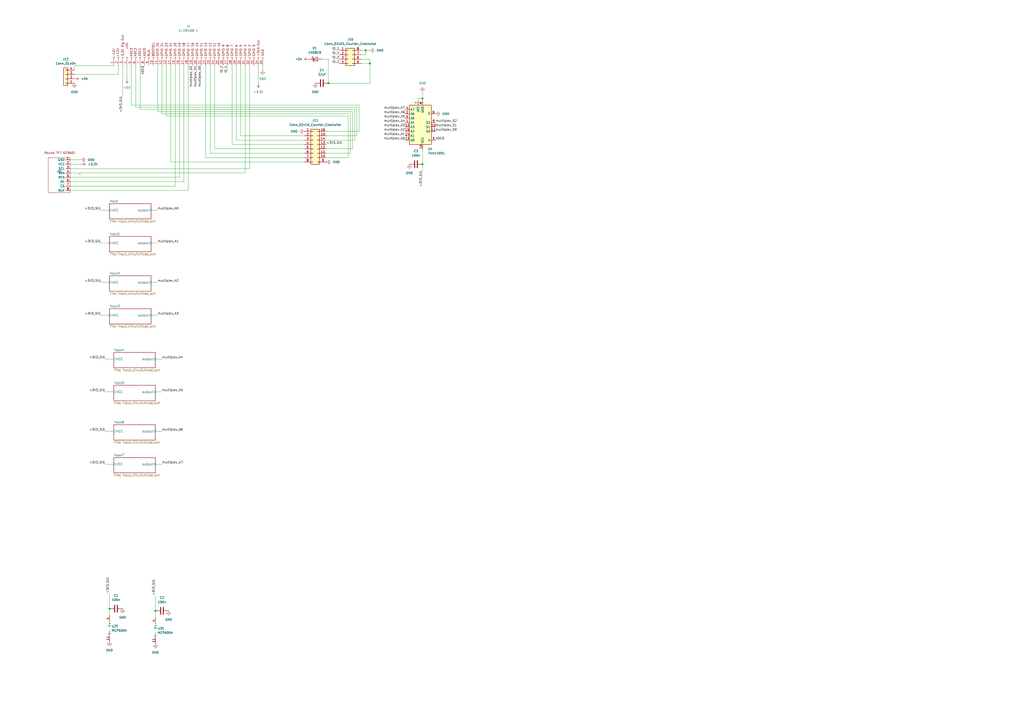
<source format=kicad_sch>
(kicad_sch (version 20231120) (generator "eeschema") (generator_version "8.0")
  (paper "A2")
  (lib_symbols
    (symbol "74xx:74HC4051"
      (property "Reference" "U" (at -5.08 11.43 0))
      (property "Value" "74HC4051" (at -7.62 -13.97 0))
      (symbol "74HC4051_0_1"
        (rectangle (start -5.08 10.16) (end 7.62 -12.7) (stroke (width 0.254)) (fill (type background)))
      )
      (symbol "74HC4051_1_1"
        (pin passive line (at 10.16 -2.54 180) (length 2.54) (name "A4") (number "1"))
        (pin input line (at -7.62 0 0) (length 2.54) (name "S1") (number "10"))
        (pin input line (at -7.62 2.54 0) (length 2.54) (name "S0") (number "11"))
        (pin passive line (at 10.16 0 180) (length 2.54) (name "A3") (number "12"))
        (pin passive line (at 10.16 7.62 180) (length 2.54) (name "A0") (number "13"))
        (pin passive line (at 10.16 5.08 180) (length 2.54) (name "A1") (number "14"))
        (pin passive line (at 10.16 2.54 180) (length 2.54) (name "A2") (number "15"))
        (pin power_in line (at 0 12.7 270) (length 2.54) (name "VCC") (number "16"))
        (pin passive line (at 10.16 -7.62 180) (length 2.54) (name "A6") (number "2"))
        (pin passive line (at -7.62 7.62 0) (length 2.54) (name "A") (number "3"))
        (pin passive line (at 10.16 -10.16 180) (length 2.54) (name "A7") (number "4"))
        (pin passive line (at 10.16 -5.08 180) (length 2.54) (name "A5") (number "5"))
        (pin input line (at -7.62 -7.62 0) (length 2.54) (name "~{E}") (number "6"))
        (pin power_in line (at 2.54 -15.24 90) (length 2.54) (name "VEE") (number "7"))
        (pin power_in line (at 0 -15.24 90) (length 2.54) (name "GND") (number "8"))
        (pin input line (at -7.62 -2.54 0) (length 2.54) (name "S2") (number "9"))
      )
    )
    (symbol "Amplifier_Operational:MCP6004" (pin_names (offset 0.127))
      (property "Reference" "U" (at 0 5.08 0))
      (property "Value" "MCP6004" (at 0 -5.08 0))
      (symbol "MCP6004_1_1"
        (polyline (pts (xy -5.08 5.08) (xy 5.08 0) (xy -5.08 -5.08) (xy -5.08 5.08)) (stroke (width 0.254)) (fill (type background)))
        (pin output line (at 7.62 0 180) (length 2.54) (name "~") (number "1"))
        (pin input line (at -7.62 -2.54 0) (length 2.54) (name "-") (number "2"))
        (pin input line (at -7.62 2.54 0) (length 2.54) (name "+") (number "3"))
      )
      (symbol "MCP6004_2_1"
        (polyline (pts (xy -5.08 5.08) (xy 5.08 0) (xy -5.08 -5.08) (xy -5.08 5.08)) (stroke (width 0.254)) (fill (type background)))
        (pin input line (at -7.62 2.54 0) (length 2.54) (name "+") (number "5"))
        (pin input line (at -7.62 -2.54 0) (length 2.54) (name "-") (number "6"))
        (pin output line (at 7.62 0 180) (length 2.54) (name "~") (number "7"))
      )
      (symbol "MCP6004_3_1"
        (polyline (pts (xy -5.08 5.08) (xy 5.08 0) (xy -5.08 -5.08) (xy -5.08 5.08)) (stroke (width 0.254)) (fill (type background)))
        (pin input line (at -7.62 2.54 0) (length 2.54) (name "+") (number "10"))
        (pin output line (at 7.62 0 180) (length 2.54) (name "~") (number "8"))
        (pin input line (at -7.62 -2.54 0) (length 2.54) (name "-") (number "9"))
      )
      (symbol "MCP6004_4_1"
        (polyline (pts (xy -5.08 5.08) (xy 5.08 0) (xy -5.08 -5.08) (xy -5.08 5.08)) (stroke (width 0.254)) (fill (type background)))
        (pin input line (at -7.62 2.54 0) (length 2.54) (name "+") (number "12"))
        (pin input line (at -7.62 -2.54 0) (length 2.54) (name "-") (number "13"))
        (pin output line (at 7.62 0 180) (length 2.54) (name "~") (number "14"))
      )
      (symbol "MCP6004_5_1"
        (pin power_in line (at -2.54 -7.62 90) (length 3.81) (name "V-") (number "11"))
        (pin power_in line (at -2.54 7.62 270) (length 3.81) (name "V+") (number "4"))
      )
    )
    (symbol "Connector_Generic:Conn_01x04" (pin_names (offset 1.016) hide)
      (property "Reference" "J" (at 0 5.08 0))
      (property "Value" "Conn_01x04" (at 0 -7.62 0))
      (symbol "Conn_01x04_1_1"
        (rectangle (start -1.27 -4.953) (end 0 -5.207) (stroke (width 0.1524)))
        (rectangle (start -1.27 -2.413) (end 0 -2.667) (stroke (width 0.1524)))
        (rectangle (start -1.27 0.127) (end 0 -0.127) (stroke (width 0.1524)))
        (rectangle (start -1.27 2.667) (end 0 2.413) (stroke (width 0.1524)))
        (rectangle (start -1.27 3.81) (end 1.27 -6.35) (stroke (width 0.254)) (fill (type background)))
        (pin passive line (at -5.08 2.54 0) (length 3.81) (name "Pin_1") (number "1"))
        (pin passive line (at -5.08 0 0) (length 3.81) (name "Pin_2") (number "2"))
        (pin passive line (at -5.08 -2.54 0) (length 3.81) (name "Pin_3") (number "3"))
        (pin passive line (at -5.08 -5.08 0) (length 3.81) (name "Pin_4") (number "4"))
      )
    )
    (symbol "Connector_Generic:Conn_02x04_Counter_Clockwise" (pin_names (offset 1.016) hide)
      (property "Reference" "J" (at 1.27 5.08 0))
      (property "Value" "Conn_02x04_Counter_Clockwise" (at 1.27 -7.62 0))
      (symbol "Conn_02x04_Counter_Clockwise_1_1"
        (rectangle (start -1.27 -4.953) (end 0 -5.207) (stroke (width 0.1524)))
        (rectangle (start -1.27 -2.413) (end 0 -2.667) (stroke (width 0.1524)))
        (rectangle (start -1.27 0.127) (end 0 -0.127) (stroke (width 0.1524)))
        (rectangle (start -1.27 2.667) (end 0 2.413) (stroke (width 0.1524)))
        (rectangle (start -1.27 3.81) (end 3.81 -6.35) (stroke (width 0.254)) (fill (type background)))
        (rectangle (start 3.81 -4.953) (end 2.54 -5.207) (stroke (width 0.1524)))
        (rectangle (start 3.81 -2.413) (end 2.54 -2.667) (stroke (width 0.1524)))
        (rectangle (start 3.81 0.127) (end 2.54 -0.127) (stroke (width 0.1524)))
        (rectangle (start 3.81 2.667) (end 2.54 2.413) (stroke (width 0.1524)))
        (pin passive line (at -5.08 2.54 0) (length 3.81) (name "Pin_1") (number "1"))
        (pin passive line (at -5.08 0 0) (length 3.81) (name "Pin_2") (number "2"))
        (pin passive line (at -5.08 -2.54 0) (length 3.81) (name "Pin_3") (number "3"))
        (pin passive line (at -5.08 -5.08 0) (length 3.81) (name "Pin_4") (number "4"))
        (pin passive line (at 7.62 -5.08 180) (length 3.81) (name "Pin_5") (number "5"))
        (pin passive line (at 7.62 -2.54 180) (length 3.81) (name "Pin_6") (number "6"))
        (pin passive line (at 7.62 0 180) (length 3.81) (name "Pin_7") (number "7"))
        (pin passive line (at 7.62 2.54 180) (length 3.81) (name "Pin_8") (number "8"))
      )
    )
    (symbol "Connector_Generic:Conn_02x08_Counter_Clockwise" (pin_names (offset 1.016) hide)
      (property "Reference" "J" (at 1.27 10.16 0))
      (property "Value" "Conn_02x08_Counter_Clockwise" (at 1.27 -12.7 0))
      (symbol "Conn_02x08_Counter_Clockwise_1_1"
        (rectangle (start -1.27 -10.033) (end 0 -10.287) (stroke (width 0.1524)))
        (rectangle (start -1.27 -7.493) (end 0 -7.747) (stroke (width 0.1524)))
        (rectangle (start -1.27 -4.953) (end 0 -5.207) (stroke (width 0.1524)))
        (rectangle (start -1.27 -2.413) (end 0 -2.667) (stroke (width 0.1524)))
        (rectangle (start -1.27 0.127) (end 0 -0.127) (stroke (width 0.1524)))
        (rectangle (start -1.27 2.667) (end 0 2.413) (stroke (width 0.1524)))
        (rectangle (start -1.27 5.207) (end 0 4.953) (stroke (width 0.1524)))
        (rectangle (start -1.27 7.747) (end 0 7.493) (stroke (width 0.1524)))
        (rectangle (start -1.27 8.89) (end 3.81 -11.43) (stroke (width 0.254)) (fill (type background)))
        (rectangle (start 3.81 -10.033) (end 2.54 -10.287) (stroke (width 0.1524)))
        (rectangle (start 3.81 -7.493) (end 2.54 -7.747) (stroke (width 0.1524)))
        (rectangle (start 3.81 -4.953) (end 2.54 -5.207) (stroke (width 0.1524)))
        (rectangle (start 3.81 -2.413) (end 2.54 -2.667) (stroke (width 0.1524)))
        (rectangle (start 3.81 0.127) (end 2.54 -0.127) (stroke (width 0.1524)))
        (rectangle (start 3.81 2.667) (end 2.54 2.413) (stroke (width 0.1524)))
        (rectangle (start 3.81 5.207) (end 2.54 4.953) (stroke (width 0.1524)))
        (rectangle (start 3.81 7.747) (end 2.54 7.493) (stroke (width 0.1524)))
        (pin passive line (at -5.08 7.62 0) (length 3.81) (name "Pin_1") (number "1"))
        (pin passive line (at 7.62 -7.62 180) (length 3.81) (name "Pin_10") (number "10"))
        (pin passive line (at 7.62 -5.08 180) (length 3.81) (name "Pin_11") (number "11"))
        (pin passive line (at 7.62 -2.54 180) (length 3.81) (name "Pin_12") (number "12"))
        (pin passive line (at 7.62 0 180) (length 3.81) (name "Pin_13") (number "13"))
        (pin passive line (at 7.62 2.54 180) (length 3.81) (name "Pin_14") (number "14"))
        (pin passive line (at 7.62 5.08 180) (length 3.81) (name "Pin_15") (number "15"))
        (pin passive line (at 7.62 7.62 180) (length 3.81) (name "Pin_16") (number "16"))
        (pin passive line (at -5.08 5.08 0) (length 3.81) (name "Pin_2") (number "2"))
        (pin passive line (at -5.08 2.54 0) (length 3.81) (name "Pin_3") (number "3"))
        (pin passive line (at -5.08 0 0) (length 3.81) (name "Pin_4") (number "4"))
        (pin passive line (at -5.08 -2.54 0) (length 3.81) (name "Pin_5") (number "5"))
        (pin passive line (at -5.08 -5.08 0) (length 3.81) (name "Pin_6") (number "6"))
        (pin passive line (at -5.08 -7.62 0) (length 3.81) (name "Pin_7") (number "7"))
        (pin passive line (at -5.08 -10.16 0) (length 3.81) (name "Pin_8") (number "8"))
        (pin passive line (at 7.62 -10.16 180) (length 3.81) (name "Pin_9") (number "9"))
      )
    )
    (symbol "Device:C" (pin_numbers hide) (pin_names (offset 0.254))
      (property "Reference" "C" (at 0.635 2.54 0))
      (property "Value" "C" (at 0.635 -2.54 0))
      (symbol "C_0_1"
        (polyline (pts (xy -2.032 -0.762) (xy 2.032 -0.762)) (stroke (width 0.508)))
        (polyline (pts (xy -2.032 0.762) (xy 2.032 0.762)) (stroke (width 0.508)))
      )
      (symbol "C_1_1"
        (pin passive line (at 0 3.81 270) (length 2.794) (name "~") (number "1"))
        (pin passive line (at 0 -3.81 90) (length 2.794) (name "~") (number "2"))
      )
    )
    (symbol "Diode:1N5818" (pin_numbers hide) (pin_names (offset 1.016) hide)
      (property "Reference" "D" (at 0 2.54 0))
      (property "Value" "1N5818" (at 0 -2.54 0))
      (symbol "1N5818_0_1"
        (polyline (pts (xy 1.27 0) (xy -1.27 0)))
        (polyline (pts (xy 1.27 1.27) (xy 1.27 -1.27) (xy -1.27 0) (xy 1.27 1.27)) (stroke (width 0.254)))
        (polyline (pts (xy -1.905 0.635) (xy -1.905 1.27) (xy -1.27 1.27) (xy -1.27 -1.27) (xy -0.635 -1.27) (xy -0.635 -0.635)) (stroke (width 0.254)))
      )
      (symbol "1N5818_1_1"
        (pin passive line (at -3.81 0 0) (length 2.54) (name "K") (number "1"))
        (pin passive line (at 3.81 0 180) (length 2.54) (name "A") (number "2"))
      )
    )
    (symbol "emutelab:ELI2040_C" (pin_names (offset 1.016) hide)
      (property "Reference" "J" (at 0 43.18 0))
      (property "Value" "ELI2040" (at 0 -49.276 0))
      (symbol "ELI2040_C_1_1"
        (arc (start 0 -45.212) (mid -0.5058 -45.72) (end 0 -46.228) (stroke (width 0.1524)))
        (arc (start 0 -42.672) (mid -0.5058 -43.18) (end 0 -43.688) (stroke (width 0.1524)))
        (arc (start 0 -40.132) (mid -0.5058 -40.64) (end 0 -41.148) (stroke (width 0.1524)))
        (arc (start 0 -37.592) (mid -0.5058 -38.1) (end 0 -38.608) (stroke (width 0.1524)))
        (arc (start 0 -35.052) (mid -0.5058 -35.56) (end 0 -36.068) (stroke (width 0.1524)))
        (arc (start 0 -32.512) (mid -0.5058 -33.02) (end 0 -33.528) (stroke (width 0.1524)))
        (arc (start 0 -29.972) (mid -0.5058 -30.48) (end 0 -30.988) (stroke (width 0.1524)))
        (arc (start 0 -27.432) (mid -0.5058 -27.94) (end 0 -28.448) (stroke (width 0.1524)))
        (arc (start 0 -24.892) (mid -0.5058 -25.4) (end 0 -25.908) (stroke (width 0.1524)))
        (arc (start 0 -22.352) (mid -0.5058 -22.86) (end 0 -23.368) (stroke (width 0.1524)))
        (arc (start 0 -19.812) (mid -0.5058 -20.32) (end 0 -20.828) (stroke (width 0.1524)))
        (arc (start 0 -17.272) (mid -0.5058 -17.78) (end 0 -18.288) (stroke (width 0.1524)))
        (arc (start 0 -14.732) (mid -0.5058 -15.24) (end 0 -15.748) (stroke (width 0.1524)))
        (arc (start 0 -12.192) (mid -0.5058 -12.7) (end 0 -13.208) (stroke (width 0.1524)))
        (arc (start 0 -9.652) (mid -0.5058 -10.16) (end 0 -10.668) (stroke (width 0.1524)))
        (arc (start 0 -7.112) (mid -0.5058 -7.62) (end 0 -8.128) (stroke (width 0.1524)))
        (arc (start 0 -4.572) (mid -0.5058 -5.08) (end 0 -5.588) (stroke (width 0.1524)))
        (arc (start 0 -2.032) (mid -0.5058 -2.54) (end 0 -3.048) (stroke (width 0.1524)))
        (polyline (pts (xy -1.27 -45.72) (xy -0.508 -45.72)) (stroke (width 0.1524)))
        (polyline (pts (xy -1.27 -43.18) (xy -0.508 -43.18)) (stroke (width 0.1524)))
        (polyline (pts (xy -1.27 -40.64) (xy -0.508 -40.64)) (stroke (width 0.1524)))
        (polyline (pts (xy -1.27 -38.1) (xy -0.508 -38.1)) (stroke (width 0.1524)))
        (polyline (pts (xy -1.27 -35.56) (xy -0.508 -35.56)) (stroke (width 0.1524)))
        (polyline (pts (xy -1.27 -33.02) (xy -0.508 -33.02)) (stroke (width 0.1524)))
        (polyline (pts (xy -1.27 -30.48) (xy -0.508 -30.48)) (stroke (width 0.1524)))
        (polyline (pts (xy -1.27 -27.94) (xy -0.508 -27.94)) (stroke (width 0.1524)))
        (polyline (pts (xy -1.27 -25.4) (xy -0.508 -25.4)) (stroke (width 0.1524)))
        (polyline (pts (xy -1.27 -22.86) (xy -0.508 -22.86)) (stroke (width 0.1524)))
        (polyline (pts (xy -1.27 -20.32) (xy -0.508 -20.32)) (stroke (width 0.1524)))
        (polyline (pts (xy -1.27 -17.78) (xy -0.508 -17.78)) (stroke (width 0.1524)))
        (polyline (pts (xy -1.27 -15.24) (xy -0.508 -15.24)) (stroke (width 0.1524)))
        (polyline (pts (xy -1.27 -12.7) (xy -0.508 -12.7)) (stroke (width 0.1524)))
        (polyline (pts (xy -1.27 -10.16) (xy -0.508 -10.16)) (stroke (width 0.1524)))
        (polyline (pts (xy -1.27 -7.62) (xy -0.508 -7.62)) (stroke (width 0.1524)))
        (polyline (pts (xy -1.27 -5.08) (xy -0.508 -5.08)) (stroke (width 0.1524)))
        (polyline (pts (xy -1.27 -2.54) (xy -0.508 -2.54)) (stroke (width 0.1524)))
        (polyline (pts (xy -1.27 0) (xy -0.508 0)) (stroke (width 0.1524)))
        (polyline (pts (xy -1.27 2.54) (xy -0.508 2.54)) (stroke (width 0.1524)))
        (polyline (pts (xy -1.27 5.08) (xy -0.508 5.08)) (stroke (width 0.1524)))
        (polyline (pts (xy -1.27 7.62) (xy -0.508 7.62)) (stroke (width 0.1524)))
        (polyline (pts (xy -1.27 10.16) (xy -0.508 10.16)) (stroke (width 0.1524)))
        (polyline (pts (xy -1.27 12.7) (xy -0.508 12.7)) (stroke (width 0.1524)))
        (polyline (pts (xy -1.27 15.24) (xy -0.508 15.24)) (stroke (width 0.1524)))
        (polyline (pts (xy -1.27 17.78) (xy -0.508 17.78)) (stroke (width 0.1524)))
        (polyline (pts (xy -1.27 20.32) (xy -0.508 20.32)) (stroke (width 0.1524)))
        (polyline (pts (xy -1.27 22.86) (xy -0.508 22.86)) (stroke (width 0.1524)))
        (polyline (pts (xy -1.27 25.4) (xy -0.508 25.4)) (stroke (width 0.1524)))
        (polyline (pts (xy -1.27 27.94) (xy -0.508 27.94)) (stroke (width 0.1524)))
        (polyline (pts (xy -1.27 30.48) (xy -0.508 30.48)) (stroke (width 0.1524)))
        (polyline (pts (xy -1.27 33.02) (xy -0.508 33.02)) (stroke (width 0.1524)))
        (polyline (pts (xy -1.27 35.56) (xy -0.508 35.56)) (stroke (width 0.1524)))
        (polyline (pts (xy -1.27 38.1) (xy -0.508 38.1)) (stroke (width 0.1524)))
        (polyline (pts (xy -1.27 40.64) (xy -0.508 40.64)) (stroke (width 0.1524)))
        (arc (start 0 0.508) (mid -0.5058 0) (end 0 -0.508) (stroke (width 0.1524)))
        (arc (start 0 3.048) (mid -0.5058 2.54) (end 0 2.032) (stroke (width 0.1524)))
        (arc (start 0 5.588) (mid -0.5058 5.08) (end 0 4.572) (stroke (width 0.1524)))
        (arc (start 0 8.128) (mid -0.5058 7.62) (end 0 7.112) (stroke (width 0.1524)))
        (arc (start 0 10.668) (mid -0.5058 10.16) (end 0 9.652) (stroke (width 0.1524)))
        (arc (start 0 13.208) (mid -0.5058 12.7) (end 0 12.192) (stroke (width 0.1524)))
        (arc (start 0 15.748) (mid -0.5058 15.24) (end 0 14.732) (stroke (width 0.1524)))
        (arc (start 0 18.288) (mid -0.5058 17.78) (end 0 17.272) (stroke (width 0.1524)))
        (arc (start 0 20.828) (mid -0.5058 20.32) (end 0 19.812) (stroke (width 0.1524)))
        (arc (start 0 23.368) (mid -0.5058 22.86) (end 0 22.352) (stroke (width 0.1524)))
        (arc (start 0 25.908) (mid -0.5058 25.4) (end 0 24.892) (stroke (width 0.1524)))
        (arc (start 0 28.448) (mid -0.5058 27.94) (end 0 27.432) (stroke (width 0.1524)))
        (arc (start 0 30.988) (mid -0.5058 30.48) (end 0 29.972) (stroke (width 0.1524)))
        (arc (start 0 33.528) (mid -0.5058 33.02) (end 0 32.512) (stroke (width 0.1524)))
        (arc (start 0 36.068) (mid -0.5058 35.56) (end 0 35.052) (stroke (width 0.1524)))
        (arc (start 0 38.608) (mid -0.5058 38.1) (end 0 37.592) (stroke (width 0.1524)))
        (arc (start 0 41.148) (mid -0.5058 40.64) (end 0 40.132) (stroke (width 0.1524)))
        (text "+12V" (at 2.54 38.354 0) (effects (font (size 1.27 1.27))))
        (text "+3V3 Out\n" (at 5.08 -43.18 0) (effects (font (size 1.27 1.27))))
        (text "+5V" (at 4.318 33.02 0) (effects (font (size 1.27 1.27)) (justify left)))
        (text "-12V" (at 2.286 40.64 0) (effects (font (size 1.27 1.27))))
        (text "3.3V Sig Out\n" (at 6.604 35.56 0) (effects (font (size 1.27 1.27))))
        (text "ADC0" (at 2.794 22.86 0) (effects (font (size 1.27 1.27))))
        (text "ADC1\n" (at 2.794 25.654 0) (effects (font (size 1.27 1.27))))
        (text "ADC2\n" (at 2.794 28.194 0) (effects (font (size 1.27 1.27))))
        (text "ADC3\n" (at 2.794 30.48 0) (effects (font (size 1.27 1.27))))
        (text "BOOTSEL\n" (at 4.572 17.78 0) (effects (font (size 1.27 1.27))))
        (text "GND\n" (at 2.54 -45.72 0) (effects (font (size 1.27 1.27))))
        (text "GPIO 0" (at 3.81 -40.64 0) (effects (font (size 1.27 1.27))))
        (text "GPIO 10" (at 4.318 -20.32 0) (effects (font (size 1.27 1.27))))
        (text "GPIO 11" (at 4.318 -17.78 0) (effects (font (size 1.27 1.27))))
        (text "GPIO 12" (at 4.318 -15.24 0) (effects (font (size 1.27 1.27))))
        (text "GPIO 13\n" (at 4.318 -12.7 0) (effects (font (size 1.27 1.27))))
        (text "GPIO 14\n" (at 4.318 -10.16 0) (effects (font (size 1.27 1.27))))
        (text "GPIO 15\n" (at 4.318 -7.62 0) (effects (font (size 1.27 1.27))))
        (text "GPIO 16" (at 4.318 -5.08 0) (effects (font (size 1.27 1.27))))
        (text "GPIO 17" (at 4.318 -2.54 0) (effects (font (size 1.27 1.27))))
        (text "GPIO 18" (at 4.318 0 0) (effects (font (size 1.27 1.27))))
        (text "GPIO 19\n" (at 4.318 2.54 0) (effects (font (size 1.27 1.27))))
        (text "GPIO 2\n" (at 3.81 -38.1 0) (effects (font (size 1.27 1.27))))
        (text "GPIO 20" (at 4.318 5.08 0) (effects (font (size 1.27 1.27))))
        (text "GPIO 21" (at 4.318 7.62 0) (effects (font (size 1.27 1.27))))
        (text "GPIO 23" (at 4.318 10.16 0) (effects (font (size 1.27 1.27))))
        (text "GPIO 24\n" (at 4.318 12.7 0) (effects (font (size 1.27 1.27))))
        (text "GPIO 25" (at 4.318 15.24 0) (effects (font (size 1.27 1.27))))
        (text "GPIO 3\n" (at 3.81 -35.56 0) (effects (font (size 1.27 1.27))))
        (text "GPIO 5" (at 3.81 -33.02 0) (effects (font (size 1.27 1.27))))
        (text "GPIO 6" (at 3.81 -30.48 0) (effects (font (size 1.27 1.27))))
        (text "GPIO 7" (at 3.81 -27.94 0) (effects (font (size 1.27 1.27))))
        (text "GPIO 8" (at 3.81 -25.4 0) (effects (font (size 1.27 1.27))))
        (text "GPIO 9" (at 3.81 -22.86 0) (effects (font (size 1.27 1.27))))
        (text "RUN\n" (at 2.286 20.32 0) (effects (font (size 1.27 1.27))))
        (pin bidirectional line (at -5.08 40.64 0) (length 3.81) (name "-12V") (number "1"))
        (pin input line (at -5.08 17.78 0) (length 3.81) (name "Pin_10") (number "10"))
        (pin bidirectional line (at -5.08 15.24 0) (length 3.81) (name "Pin_11") (number "11"))
        (pin bidirectional line (at -5.08 12.7 0) (length 3.81) (name "Pin_12") (number "12"))
        (pin bidirectional line (at -5.08 10.16 0) (length 3.81) (name "Pin_13") (number "13"))
        (pin bidirectional line (at -5.08 7.62 0) (length 3.81) (name "Pin_14") (number "14"))
        (pin bidirectional line (at -5.08 5.08 0) (length 3.81) (name "Pin_15") (number "15"))
        (pin bidirectional line (at -5.08 2.54 0) (length 3.81) (name "Pin_16") (number "16"))
        (pin bidirectional line (at -5.08 0 0) (length 3.81) (name "Pin_17") (number "17"))
        (pin bidirectional line (at -5.08 -2.54 0) (length 3.81) (name "Pin_18") (number "18"))
        (pin bidirectional line (at -5.08 -5.08 0) (length 3.81) (name "Pin_19") (number "19"))
        (pin bidirectional line (at -5.08 38.1 0) (length 3.81) (name "+12V") (number "2"))
        (pin bidirectional line (at -5.08 -7.62 0) (length 3.81) (name "Pin_20") (number "20"))
        (pin bidirectional line (at -5.08 -10.16 0) (length 3.81) (name "Pin_21") (number "21"))
        (pin bidirectional line (at -5.08 -12.7 0) (length 3.81) (name "Pin_22") (number "22"))
        (pin bidirectional line (at -5.08 -15.24 0) (length 3.81) (name "Pin_23") (number "23"))
        (pin bidirectional line (at -5.08 -17.78 0) (length 3.81) (name "Pin_24") (number "24"))
        (pin bidirectional line (at -5.08 -20.32 0) (length 3.81) (name "Pin_25") (number "25"))
        (pin bidirectional line (at -5.08 -22.86 0) (length 3.81) (name "Pin_26") (number "26"))
        (pin bidirectional line (at -5.08 -25.4 0) (length 3.81) (name "Pin_27") (number "27"))
        (pin bidirectional line (at -5.08 -27.94 0) (length 3.81) (name "Pin_28") (number "28"))
        (pin bidirectional line (at -5.08 -30.48 0) (length 3.81) (name "Pin_29") (number "29"))
        (pin power_out line (at -5.08 35.56 0) (length 3.81) (name "Pin_3") (number "3"))
        (pin bidirectional line (at -5.08 -33.02 0) (length 3.81) (name "Pin_30") (number "30"))
        (pin bidirectional line (at -5.08 -35.56 0) (length 3.81) (name "Pin_31") (number "31"))
        (pin bidirectional line (at -5.08 -38.1 0) (length 3.81) (name "Pin_32") (number "32"))
        (pin bidirectional line (at -5.08 -40.64 0) (length 3.81) (name "Pin_33") (number "33"))
        (pin power_out line (at -5.08 -43.18 0) (length 3.81) (name "Pin_34") (number "34"))
        (pin power_in line (at -5.08 -45.72 0) (length 3.81) (name "Pin_35") (number "35"))
        (pin power_out line (at -5.08 33.02 0) (length 3.81) (name "Pin_4") (number "4"))
        (pin input line (at -5.08 30.48 0) (length 3.81) (name "Pin_5") (number "5"))
        (pin input line (at -5.08 27.94 0) (length 3.81) (name "Pin_6") (number "6"))
        (pin input line (at -5.08 25.4 0) (length 3.81) (name "Pin_7") (number "7"))
        (pin input line (at -5.08 22.86 0) (length 3.81) (name "Pin_8") (number "8"))
        (pin input line (at -5.08 20.32 0) (length 3.81) (name "Pin_9") (number "9"))
      )
    )
    (symbol "emutelab:RoundTFT_GC9A01"
      (property "Reference" "U" (at 0 0 0))
      (symbol "RoundTFT_GC9A01_1_1"
        (rectangle (start -7.62 2.54) (end 5.08 -17.78))
        (text "Round TFT GC9A01" (at -0.762 5.334 0) (effects (font (size 1.27 1.27))))
        (pin bidirectional line (at 5.08 1.27 180) (length 2.54) (name "GND") (number "1"))
        (pin power_in line (at 5.08 -1.27 180) (length 2.54) (name "VCC") (number "2"))
        (pin bidirectional line (at 5.08 -3.81 180) (length 2.54) (name "SCL") (number "3"))
        (pin bidirectional line (at 5.08 -6.35 180) (length 2.54) (name "SDA") (number "4"))
        (pin bidirectional line (at 5.08 -8.89 180) (length 2.54) (name "RES") (number "5"))
        (pin bidirectional line (at 5.08 -11.43 180) (length 2.54) (name "DC") (number "6"))
        (pin bidirectional line (at 5.08 -13.97 180) (length 2.54) (name "CS") (number "7"))
        (pin bidirectional line (at 5.08 -16.51 180) (length 2.54) (name "BLK") (number "8"))
      )
    )
    (symbol "power:+3.3V" (power) (pin_numbers hide) (pin_names (offset 0) hide)
      (property "Value" "+3.3V" (at 0 3.556 0))
      (symbol "+3.3V_0_1"
        (polyline (pts (xy -0.762 1.27) (xy 0 2.54)))
        (polyline (pts (xy 0 0) (xy 0 2.54)))
        (polyline (pts (xy 0 2.54) (xy 0.762 1.27)))
      )
      (symbol "+3.3V_1_1"
        (pin power_in line (at 0 0 90) (length 0) (name "~") (number "1"))
      )
    )
    (symbol "power:+5V" (power) (pin_numbers hide) (pin_names (offset 0) hide)
      (property "Value" "+5V" (at 0 3.556 0))
      (symbol "+5V_0_1"
        (polyline (pts (xy -0.762 1.27) (xy 0 2.54)))
        (polyline (pts (xy 0 0) (xy 0 2.54)))
        (polyline (pts (xy 0 2.54) (xy 0.762 1.27)))
      )
      (symbol "+5V_1_1"
        (pin power_in line (at 0 0 90) (length 0) (name "~") (number "1"))
      )
    )
    (symbol "power:GND" (power) (pin_numbers hide) (pin_names (offset 0) hide)
      (property "Value" "GND" (at 0 -3.81 0))
      (symbol "GND_0_1"
        (polyline (pts (xy 0 0) (xy 0 -1.27) (xy 1.27 -1.27) (xy 0 -2.54) (xy -1.27 -1.27) (xy 0 -1.27)))
      )
      (symbol "GND_1_1"
        (pin power_in line (at 0 0 270) (length 0) (name "~") (number "1"))
      )
    )
  )
  (junction (at 245.11 95.25))
  (junction (at 245.11 57.15))
  (junction (at 212.09 29.21))
  (junction (at 190.5 48.26))
  (junction (at 90.17 354.33))
  (junction (at 63.5 353.06))
  (junction (at 214.63 36.83))
  (wire (pts (xy 139.7 38.1) (xy 139.7 78.74)))
  (wire (pts (xy 90.17 354.33) (xy 90.17 358.14)))
  (wire (pts (xy 78.74 38.1) (xy 78.74 62.23)))
  (wire (pts (xy 81.28 38.1) (xy 81.28 63.5)))
  (wire (pts (xy 68.58 43.18) (xy 43.18 43.18)))
  (wire (pts (xy 71.12 38.1) (xy 71.12 55.88)))
  (wire (pts (xy 63.5 353.06) (xy 63.5 356.87)))
  (wire (pts (xy 212.09 31.75) (xy 212.09 29.21)))
  (wire (pts (xy 90.17 345.44) (xy 90.17 354.33)))
  (wire (pts (xy 58.42 163.83) (xy 63.5 163.83)))
  (wire (pts (xy 93.98 227.33) (xy 90.17 227.33)))
  (wire (pts (xy 209.55 36.83) (xy 214.63 36.83)))
  (wire (pts (xy 109.22 110.49) (xy 40.64 110.49)))
  (wire (pts (xy 204.47 86.36) (xy 189.23 86.36)))
  (wire (pts (xy 109.22 38.1) (xy 109.22 110.49)))
  (wire (pts (xy 96.52 38.1) (xy 96.52 67.31)))
  (wire (pts (xy 63.5 344.17) (xy 63.5 353.06)))
  (wire (pts (xy 76.2 38.1) (xy 76.2 60.96)))
  (wire (pts (xy 40.64 105.41) (xy 106.68 105.41)))
  (wire (pts (xy 93.98 208.28) (xy 90.17 208.28)))
  (wire (pts (xy 101.6 107.95) (xy 40.64 107.95)))
  (wire (pts (xy 152.4 38.1) (xy 152.4 40.64)))
  (wire (pts (xy 142.24 100.33) (xy 40.64 100.33)))
  (wire (pts (xy 245.11 95.25) (xy 245.11 86.36)))
  (wire (pts (xy 137.16 38.1) (xy 137.16 81.28)))
  (wire (pts (xy 134.62 38.1) (xy 134.62 83.82)))
  (wire (pts (xy 76.2 60.96) (xy 208.28 60.96)))
  (wire (pts (xy 201.93 67.31) (xy 201.93 91.44)))
  (wire (pts (xy 58.42 140.97) (xy 63.5 140.97)))
  (wire (pts (xy 43.18 38.1) (xy 43.18 40.64)))
  (wire (pts (xy 91.44 121.92) (xy 87.63 121.92)))
  (wire (pts (xy 60.96 208.28) (xy 66.04 208.28)))
  (wire (pts (xy 93.98 66.04) (xy 203.2 66.04)))
  (wire (pts (xy 58.42 182.88) (xy 63.5 182.88)))
  (wire (pts (xy 214.63 29.21) (xy 212.09 29.21)))
  (wire (pts (xy 134.62 83.82) (xy 176.53 83.82)))
  (wire (pts (xy 124.46 38.1) (xy 124.46 86.36)))
  (wire (pts (xy 203.2 66.04) (xy 203.2 88.9)))
  (wire (pts (xy 91.44 163.83) (xy 87.63 163.83)))
  (wire (pts (xy 73.66 38.1) (xy 73.66 45.72)))
  (wire (pts (xy 186.69 34.29) (xy 190.5 34.29)))
  (wire (pts (xy 212.09 29.21) (xy 209.55 29.21)))
  (wire (pts (xy 209.55 34.29) (xy 214.63 34.29)))
  (wire (pts (xy 91.44 140.97) (xy 87.63 140.97)))
  (wire (pts (xy 203.2 88.9) (xy 189.23 88.9)))
  (wire (pts (xy 207.01 62.23) (xy 207.01 78.74)))
  (wire (pts (xy 201.93 91.44) (xy 189.23 91.44)))
  (wire (pts (xy 214.63 48.26) (xy 190.5 48.26)))
  (wire (pts (xy 96.52 67.31) (xy 201.93 67.31)))
  (wire (pts (xy 214.63 36.83) (xy 214.63 48.26)))
  (wire (pts (xy 121.92 88.9) (xy 176.53 88.9)))
  (wire (pts (xy 142.24 38.1) (xy 142.24 100.33)))
  (wire (pts (xy 93.98 38.1) (xy 93.98 66.04)))
  (wire (pts (xy 208.28 76.2) (xy 189.23 76.2)))
  (wire (pts (xy 137.16 81.28) (xy 176.53 81.28)))
  (wire (pts (xy 121.92 38.1) (xy 121.92 88.9)))
  (wire (pts (xy 242.57 58.42) (xy 242.57 57.15)))
  (wire (pts (xy 124.46 86.36) (xy 176.53 86.36)))
  (wire (pts (xy 104.14 102.87) (xy 40.64 102.87)))
  (wire (pts (xy 204.47 64.77) (xy 204.47 86.36)))
  (wire (pts (xy 245.11 99.06) (xy 245.11 95.25)))
  (wire (pts (xy 99.06 38.1) (xy 99.06 93.98)))
  (wire (pts (xy 60.96 269.24) (xy 66.04 269.24)))
  (wire (pts (xy 205.74 63.5) (xy 205.74 81.28)))
  (wire (pts (xy 60.96 227.33) (xy 66.04 227.33)))
  (wire (pts (xy 205.74 81.28) (xy 189.23 81.28)))
  (wire (pts (xy 66.04 38.1) (xy 43.18 38.1)))
  (wire (pts (xy 93.98 269.24) (xy 90.17 269.24)))
  (wire (pts (xy 208.28 60.96) (xy 208.28 76.2)))
  (wire (pts (xy 93.98 250.19) (xy 90.17 250.19)))
  (wire (pts (xy 101.6 38.1) (xy 101.6 107.95)))
  (wire (pts (xy 214.63 34.29) (xy 214.63 36.83)))
  (wire (pts (xy 58.42 121.92) (xy 63.5 121.92)))
  (wire (pts (xy 78.74 62.23) (xy 207.01 62.23)))
  (wire (pts (xy 209.55 31.75) (xy 212.09 31.75)))
  (wire (pts (xy 119.38 91.44) (xy 176.53 91.44)))
  (wire (pts (xy 190.5 48.26) (xy 190.5 34.29)))
  (wire (pts (xy 60.96 250.19) (xy 66.04 250.19)))
  (wire (pts (xy 106.68 38.1) (xy 106.68 105.41)))
  (wire (pts (xy 144.78 38.1) (xy 144.78 97.79)))
  (wire (pts (xy 245.11 57.15) (xy 245.11 58.42)))
  (wire (pts (xy 40.64 95.25) (xy 46.99 95.25)))
  (wire (pts (xy 91.44 64.77) (xy 204.47 64.77)))
  (wire (pts (xy 104.14 38.1) (xy 104.14 102.87)))
  (wire (pts (xy 91.44 38.1) (xy 91.44 64.77)))
  (wire (pts (xy 40.64 92.71) (xy 46.99 92.71)))
  (wire (pts (xy 81.28 63.5) (xy 205.74 63.5)))
  (wire (pts (xy 149.86 48.26) (xy 149.86 38.1)))
  (wire (pts (xy 91.44 182.88) (xy 87.63 182.88)))
  (wire (pts (xy 144.78 97.79) (xy 40.64 97.79)))
  (wire (pts (xy 119.38 38.1) (xy 119.38 91.44)))
  (wire (pts (xy 207.01 78.74) (xy 189.23 78.74)))
  (wire (pts (xy 139.7 78.74) (xy 176.53 78.74)))
  (wire (pts (xy 99.06 93.98) (xy 176.53 93.98)))
  (wire (pts (xy 68.58 38.1) (xy 68.58 43.18)))
  (wire (pts (xy 245.11 53.34) (xy 245.11 57.15)))
  (wire (pts (xy 242.57 57.15) (xy 245.11 57.15)))
  (label "IO_1" (at 196.85 31.75 180))
  (label "+3V3_SIG" (at 245.11 99.06 270))
  (label "multiplex_S1" (at 114.3 38.1 270))
  (label "multiplex_A7" (at 93.98 269.24 0))
  (label "+3V3_SIG" (at 60.96 227.33 180))
  (label "IO_1" (at 132.08 38.1 270))
  (label "+3V3_SIG" (at 58.42 121.92 180))
  (label "IO_2" (at 196.85 34.29 180))
  (label "multiplex_A4" (at 234.95 71.12 180))
  (label "multiplex_S2" (at 252.73 71.12 0))
  (label "multiplex_A5" (at 234.95 68.58 180))
  (label "multiplex_A0" (at 91.44 121.92 0))
  (label "+3V3_SIG" (at 60.96 208.28 180))
  (label "multiplex_A1" (at 91.44 140.97 0))
  (label "multiplex_A6" (at 93.98 250.19 0))
  (label "+3V3_SIG" (at 90.17 345.44 90))
  (label "multiplex_A0" (at 234.95 81.28 180))
  (label "+3V3_SIG" (at 58.42 140.97 180))
  (label "multiplex_A3" (at 234.95 73.66 180))
  (label "+3V3_SIG" (at 60.96 269.24 180))
  (label "multiplex_A7" (at 234.95 63.5 180))
  (label "IO_2" (at 129.54 38.1 270))
  (label "multiplex_A3" (at 91.44 182.88 0))
  (label "+3V3_SIG" (at 189.23 83.82 0))
  (label "+3V3_SIG" (at 71.12 55.88 270))
  (label "multiplex_A4" (at 93.98 208.28 0))
  (label "multiplex_A2" (at 91.44 163.83 0))
  (label "+3V3_SIG" (at 63.5 344.17 90))
  (label "IO_2" (at 196.85 36.83 180))
  (label "ADC0" (at 83.82 38.1 270))
  (label "multiplex_S0" (at 252.73 76.2 0))
  (label "+3V3_SIG" (at 60.96 250.19 180))
  (label "multiplex_S2" (at 111.76 38.1 270))
  (label "multiplex_A1" (at 234.95 78.74 180))
  (label "multiplex_S0" (at 116.84 38.1 270))
  (label "multiplex_S1" (at 252.73 73.66 0))
  (label "multiplex_A5" (at 93.98 227.33 0))
  (label "+3V3_SIG" (at 58.42 163.83 180))
  (label "multiplex_A6" (at 234.95 66.04 180))
  (label "ADC0" (at 252.73 81.28 0))
  (label "+3V3_SIG" (at 58.42 182.88 180))
  (label "IO_1" (at 196.85 29.21 180))
  (label "multiplex_A2" (at 234.95 76.2 180))
  (symbol (lib_id "power:GND") (at 90.17 373.38 0) (unit 1)
    (property "Reference" "#PWR07" (effects (hide yes)))
    (property "Value" "GND" (at 90.17 378.46 0))
    (property "Description" "Power symbol creates a global label with name \"GND\" , ground" (effects (hide yes)))
  )
  (symbol (lib_id "Device:C") (at 186.69 48.26 90) (unit 1)
    (property "Reference" "C4" (at 186.69 40.64 90))
    (property "Value" "22uf" (at 186.69 43.18 90))
    (property "Footprint" "Capacitor_SMD:C_0805_2012Metric" (effects (hide yes)))
    (property "Description" "Unpolarized capacitor" (effects (hide yes)))
  )
  (symbol (lib_id "Connector_Generic:Conn_01x04") (at 38.1 45.72 180) (unit 1)
    (property "Reference" "J12" (at 38.1 34.29 0))
    (property "Value" "Conn_01x04" (at 38.1 36.83 0))
    (property "Footprint" "Connector_PinHeader_2.54mm:PinHeader_1x04_P2.54mm_Vertical" (effects (hide yes)))
    (property "Description" "Generic connector, single row, 01x04, script generated (kicad-library-utils/schlib/autogen/connector/)" (effects (hide yes)))
  )
  (symbol (lib_id "power:GND") (at 97.79 354.33 0) (unit 1)
    (property "Reference" "#PWR08" (effects (hide yes)))
    (property "Value" "GND" (at 97.79 359.41 0))
    (property "Description" "Power symbol creates a global label with name \"GND\" , ground" (effects (hide yes)))
  )
  (symbol (lib_id "power:+3.3V") (at 46.99 95.25 270) (unit 1)
    (property "Reference" "#PWR02" (effects (hide yes)))
    (property "Value" "+3.3V" (at 50.8 95.2499 90) (effects (justify left)))
    (property "Description" "Power symbol creates a global label with name \"+3.3V\"" (effects (hide yes)))
  )
  (symbol (lib_id "power:GND") (at 182.88 48.26 0) (unit 1)
    (property "Reference" "#PWR036" (effects (hide yes)))
    (property "Value" "GND" (at 182.88 53.34 0))
    (property "Description" "Power symbol creates a global label with name \"GND\" , ground" (effects (hide yes)))
  )
  (symbol (lib_id "Connector_Generic:Conn_02x04_Counter_Clockwise") (at 201.93 31.75 0) (unit 1)
    (property "Reference" "J10" (at 203.2 22.86 0))
    (property "Value" "Conn_02x03_Counter_Clockwise" (at 203.2 25.4 0))
    (property "Footprint" "Connector_IDC:IDC-Header_2x04_P2.54mm_Vertical" (effects (hide yes)))
    (property "Description" "Generic connector, double row, 02x04, counter clockwise pin numbering scheme (similar to DIP package numbering), script generated (kicad-library-utils/schlib/autogen/connector/)" (effects (hide yes)))
  )
  (symbol (lib_id "power:GND") (at 176.53 76.2 270) (unit 1)
    (property "Reference" "#PWR032" (effects (hide yes)))
    (property "Value" "GND" (at 172.72 76.1999 90) (effects (justify right)))
    (property "Description" "Power symbol creates a global label with name \"GND\" , ground" (effects (hide yes)))
  )
  (symbol (lib_id "emutelab:ELI2040_C") (at 106.68 33.02 90) (unit 1)
    (property "Reference" "J1" (at 109.22 15.24 90))
    (property "Value" "ELI2040B 1" (at 109.22 17.78 90))
    (property "Footprint" "Connector_PinSocket_2.54mm:PinSocket_1x35_P2.54mm_Vertical" (effects (hide yes)))
    (property "Description" "ELI2040" (effects (hide yes)))
  )
  (symbol (lib_id "Amplifier_Operational:MCP6004") (at 66.04 364.49 0) (unit 5)
    (property "Reference" "U2" (at 64.77 363.2199 0) (effects (justify left)))
    (property "Value" "MCP6004" (at 64.77 365.7599 0) (effects (justify left)))
    (property "Footprint" "Package_SO:TSSOP-14_4.4x5mm_P0.65mm" (effects (hide yes)))
    (property "Datasheet" "http://ww1.microchip.com/downloads/en/DeviceDoc/21733j.pdf" (effects (hide yes)))
    (property "Description" "1MHz, Low-Power Op Amp, DIP-14/SOIC-14/TSSOP-14" (effects (hide yes)))
  )
  (symbol (lib_id "Device:C") (at 241.3 95.25 270) (unit 1)
    (property "Reference" "C3" (at 241.3 87.63 90))
    (property "Value" "100n" (at 241.3 90.17 90))
    (property "Footprint" "Capacitor_SMD:C_0603_1608Metric" (effects (hide yes)))
    (property "Description" "Unpolarized capacitor" (effects (hide yes)))
  )
  (symbol (lib_id "power:GND") (at 237.49 95.25 0) (unit 1)
    (property "Reference" "#PWR012" (effects (hide yes)))
    (property "Value" "GND" (at 237.49 100.33 0))
    (property "Description" "Power symbol creates a global label with name \"GND\" , ground" (effects (hide yes)))
  )
  (symbol (lib_id "power:GND") (at 46.99 92.71 90) (unit 1)
    (property "Reference" "#PWR01" (effects (hide yes)))
    (property "Value" "GND" (at 50.8 92.7099 90) (effects (justify right)))
    (property "Description" "Power symbol creates a global label with name \"GND\" , ground" (effects (hide yes)))
  )
  (symbol (lib_id "power:GND") (at 71.12 353.06 0) (unit 1)
    (property "Reference" "#PWR06" (effects (hide yes)))
    (property "Value" "GND" (at 71.12 358.14 0))
    (property "Description" "Power symbol creates a global label with name \"GND\" , ground" (effects (hide yes)))
  )
  (symbol (lib_id "74xx:74HC4051") (at 245.11 73.66 180) (unit 1)
    (property "Reference" "U4" (at 248.1265 86.36 0) (effects (justify right)))
    (property "Value" "74HC4051" (at 248.1265 88.9 0) (effects (justify right)))
    (property "Footprint" "Package_SO:TSSOP-16_4.4x5mm_P0.65mm" (effects (hide yes)))
    (property "Datasheet" "http://www.ti.com/lit/ds/symlink/cd74hc4051.pdf" (effects (hide yes)))
    (property "Description" "8-channel analog multiplexer/demultiplexer, DIP-16/SOIC-16/TSSOP-16" (effects (hide yes)))
  )
  (symbol (lib_id "power:GND") (at 214.63 29.21 90) (unit 1)
    (property "Reference" "#PWR031" (effects (hide yes)))
    (property "Value" "GND" (at 218.44 29.2099 90) (effects (justify right)))
    (property "Description" "Power symbol creates a global label with name \"GND\" , ground" (effects (hide yes)))
  )
  (symbol (lib_id "power:GND") (at 245.11 53.34 180) (unit 1)
    (property "Reference" "#PWR011" (effects (hide yes)))
    (property "Value" "GND" (at 245.11 48.26 0))
    (property "Description" "Power symbol creates a global label with name \"GND\" , ground" (effects (hide yes)))
  )
  (symbol (lib_id "Diode:1N5818") (at 182.88 34.29 0) (unit 1)
    (property "Reference" "D1" (at 182.5625 27.94 0))
    (property "Value" "1N5819" (at 182.5625 30.48 0))
    (property "Footprint" "Diode_SMD:D_SOD-323" (effects (hide yes)))
    (property "Datasheet" "http://www.vishay.com/docs/88525/1n5817.pdf" (effects (hide yes)))
  )
  (symbol (lib_id "power:+5V") (at 179.07 34.29 90) (unit 1)
    (property "Reference" "#PWR05" (effects (hide yes)))
    (property "Value" "+5V" (at 175.26 34.2899 90) (effects (justify left)))
    (property "Description" "Power symbol creates a global label with name \"+5V\"" (effects (hide yes)))
  )
  (symbol (lib_id "Connector_Generic:Conn_02x08_Counter_Clockwise") (at 181.61 83.82 0) (unit 1)
    (property "Reference" "J11" (at 182.88 69.85 0))
    (property "Value" "Conn_02x16_Counter_Clockwise" (at 182.88 72.39 0))
    (property "Footprint" "Connector_IDC:IDC-Header_2x08_P2.54mm_Vertical" (effects (hide yes)))
    (property "Description" "Generic connector, double row, 02x08, counter clockwise pin numbering scheme (similar to DIP package numbering), script generated (kicad-library-utils/schlib/autogen/connector/)" (effects (hide yes)))
  )
  (symbol (lib_id "power:GND") (at 252.73 66.04 90) (unit 1)
    (property "Reference" "#PWR013" (effects (hide yes)))
    (property "Value" "GND" (at 256.54 66.0399 90) (effects (justify right)))
    (property "Description" "Power symbol creates a global label with name \"GND\" , ground" (effects (hide yes)))
  )
  (symbol (lib_id "power:GND") (at 152.4 40.64 0) (unit 1)
    (property "Reference" "#PWR010" (effects (hide yes)))
    (property "Value" "GND" (at 152.4 45.72 0))
    (property "Description" "Power symbol creates a global label with name \"GND\" , ground" (effects (hide yes)))
  )
  (symbol (lib_id "Device:C") (at 93.98 354.33 90) (unit 1)
    (property "Reference" "C2" (at 93.98 346.71 90))
    (property "Value" "100n" (at 93.98 349.25 90))
    (property "Footprint" "Capacitor_SMD:C_0603_1608Metric" (effects (hide yes)))
    (property "Description" "Unpolarized capacitor" (effects (hide yes)))
  )
  (symbol (lib_id "power:GND") (at 189.23 93.98 90) (unit 1)
    (property "Reference" "#PWR034" (effects (hide yes)))
    (property "Value" "GND" (at 193.04 93.9799 90) (effects (justify right)))
    (property "Description" "Power symbol creates a global label with name \"GND\" , ground" (effects (hide yes)))
  )
  (symbol (lib_id "power:+5V") (at 73.66 45.72 180) (unit 1)
    (property "Reference" "#PWR033" (effects (hide yes)))
    (property "Value" "+5V" (at 73.66 50.8 0))
    (property "Description" "Power symbol creates a global label with name \"+5V\"" (effects (hide yes)))
  )
  (symbol (lib_id "power:GND") (at 43.18 48.26 0) (unit 1)
    (property "Reference" "#PWR04" (effects (hide yes)))
    (property "Value" "GND" (at 43.18 53.34 0))
    (property "Description" "Power symbol creates a global label with name \"GND\" , ground" (effects (hide yes)))
  )
  (symbol (lib_id "Device:C") (at 67.31 353.06 90) (unit 1)
    (property "Reference" "C1" (at 67.31 345.44 90))
    (property "Value" "100n" (at 67.31 347.98 90))
    (property "Footprint" "Capacitor_SMD:C_0603_1608Metric" (effects (hide yes)))
    (property "Description" "Unpolarized capacitor" (effects (hide yes)))
  )
  (symbol (lib_id "power:+3.3V") (at 149.86 48.26 180) (unit 1)
    (property "Reference" "#PWR09" (effects (hide yes)))
    (property "Value" "+3.3V" (at 149.86 53.34 0))
    (property "Description" "Power symbol creates a global label with name \"+3.3V\"" (effects (hide yes)))
  )
  (symbol (lib_id "power:GND") (at 63.5 372.11 0) (unit 1)
    (property "Reference" "#PWR03" (effects (hide yes)))
    (property "Value" "GND" (at 63.5 377.19 0))
    (property "Description" "Power symbol creates a global label with name \"GND\" , ground" (effects (hide yes)))
  )
  (symbol (lib_id "power:+5V") (at 43.18 45.72 270) (unit 1)
    (property "Reference" "#PWR035" (effects (hide yes)))
    (property "Value" "+5V" (at 46.99 45.7199 90) (effects (justify left)))
    (property "Description" "Power symbol creates a global label with name \"+5V\"" (effects (hide yes)))
  )
  (symbol (lib_id "emutelab:RoundTFT_GC9A01") (at 35.56 93.98 0) (unit 1)
    (property "Reference" "U1" (at 33.02 99.314 0) (effects (justify left)))
    (property "Value" "~" (at 45.72 100.9622 0) (effects (justify left)))
    (property "Footprint" "emutelab:Round TFT 240x240" (effects (hide yes)))
  )
  (symbol (lib_id "Amplifier_Operational:MCP6004") (at 92.71 365.76 0) (unit 5)
    (property "Reference" "U3" (at 91.44 364.4899 0) (effects (justify left)))
    (property "Value" "MCP6004" (at 91.44 367.0299 0) (effects (justify left)))
    (property "Footprint" "Package_SO:TSSOP-14_4.4x5mm_P0.65mm" (effects (hide yes)))
    (property "Datasheet" "http://ww1.microchip.com/downloads/en/DeviceDoc/21733j.pdf" (effects (hide yes)))
    (property "Description" "1MHz, Low-Power Op Amp, DIP-14/SOIC-14/TSSOP-14" (effects (hide yes)))
  )
  (sheet (at 66.04 246.38) (size 24.13 8.89) (stroke (width 0.1524))
    (property "Sheetname" "input6" (at 66.04 245.6684 0) (effects (justify left bottom)))
    (property "Sheetfile" "input_circuit.kicad_sch" (at 66.04 255.8546 0) (effects (justify left top)))
    (pin "output" input (at 90.17 250.19 0))
    (pin "VCC" input (at 66.04 250.19 180))
  )
  (sheet (at 66.04 204.47) (size 24.13 8.89) (stroke (width 0.1524))
    (property "Sheetname" "input4" (at 66.04 203.7584 0) (effects (justify left bottom)))
    (property "Sheetfile" "input_circuit.kicad_sch" (at 66.04 213.9446 0) (effects (justify left top)))
    (pin "output" input (at 90.17 208.28 0))
    (pin "VCC" input (at 66.04 208.28 180))
  )
  (sheet (at 63.5 160.02) (size 24.13 8.89) (stroke (width 0.1524))
    (property "Sheetname" "input2" (at 63.5 159.3084 0) (effects (justify left bottom)))
    (property "Sheetfile" "input_circuit.kicad_sch" (at 63.5 169.4946 0) (effects (justify left top)))
    (pin "output" input (at 87.63 163.83 0))
    (pin "VCC" input (at 63.5 163.83 180))
  )
  (sheet (at 66.04 265.43) (size 24.13 8.89) (stroke (width 0.1524))
    (property "Sheetname" "input7" (at 66.04 264.7184 0) (effects (justify left bottom)))
    (property "Sheetfile" "input_circuit.kicad_sch" (at 66.04 274.9046 0) (effects (justify left top)))
    (pin "output" input (at 90.17 269.24 0))
    (pin "VCC" input (at 66.04 269.24 180))
  )
  (sheet (at 63.5 118.11) (size 24.13 8.89) (stroke (width 0.1524))
    (property "Sheetname" "input" (at 63.5 117.3984 0) (effects (justify left bottom)))
    (property "Sheetfile" "input_circuit.kicad_sch" (at 63.5 127.5846 0) (effects (justify left top)))
    (pin "output" input (at 87.63 121.92 0))
    (pin "VCC" input (at 63.5 121.92 180))
  )
  (sheet (at 66.04 223.52) (size 24.13 8.89) (stroke (width 0.1524))
    (property "Sheetname" "input5" (at 66.04 222.8084 0) (effects (justify left bottom)))
    (property "Sheetfile" "input_circuit.kicad_sch" (at 66.04 232.9946 0) (effects (justify left top)))
    (pin "output" input (at 90.17 227.33 0))
    (pin "VCC" input (at 66.04 227.33 180))
  )
  (sheet (at 63.5 179.07) (size 24.13 8.89) (stroke (width 0.1524))
    (property "Sheetname" "input3" (at 63.5 178.3584 0) (effects (justify left bottom)))
    (property "Sheetfile" "input_circuit.kicad_sch" (at 63.5 188.5446 0) (effects (justify left top)))
    (pin "output" input (at 87.63 182.88 0))
    (pin "VCC" input (at 63.5 182.88 180))
  )
  (sheet (at 63.5 137.16) (size 24.13 8.89) (stroke (width 0.1524))
    (property "Sheetname" "input1" (at 63.5 136.4484 0) (effects (justify left bottom)))
    (property "Sheetfile" "input_circuit.kicad_sch" (at 63.5 146.6346 0) (effects (justify left top)))
    (pin "output" input (at 87.63 140.97 0))
    (pin "VCC" input (at 63.5 140.97 180))
  )
)
</source>
